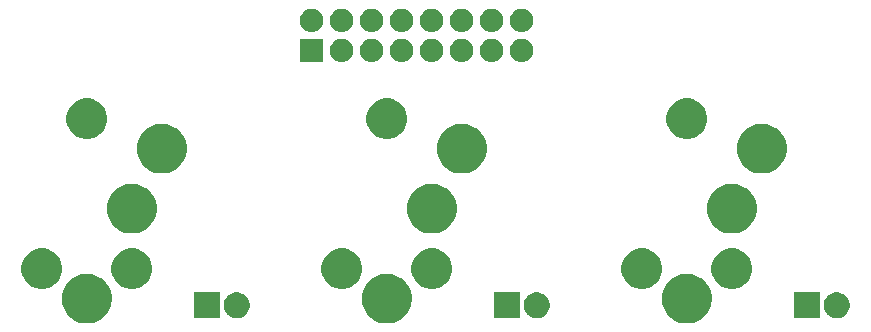
<source format=gbr>
G04 #@! TF.GenerationSoftware,KiCad,Pcbnew,(5.0.1)-3*
G04 #@! TF.CreationDate,2018-12-06T21:09:28-08:00*
G04 #@! TF.ProjectId,500-1033,3530302D313033332E6B696361645F70,A*
G04 #@! TF.SameCoordinates,Original*
G04 #@! TF.FileFunction,Soldermask,Top*
G04 #@! TF.FilePolarity,Negative*
%FSLAX46Y46*%
G04 Gerber Fmt 4.6, Leading zero omitted, Abs format (unit mm)*
G04 Created by KiCad (PCBNEW (5.0.1)-3) date 12/6/2018 9:09:28 PM*
%MOMM*%
%LPD*%
G01*
G04 APERTURE LIST*
%ADD10C,0.100000*%
G04 APERTURE END LIST*
D10*
G36*
X107158445Y-129470129D02*
X107294006Y-129497094D01*
X107677091Y-129655773D01*
X107889679Y-129797820D01*
X108021862Y-129886142D01*
X108315058Y-130179338D01*
X108315060Y-130179341D01*
X108545427Y-130524109D01*
X108620437Y-130705200D01*
X108704106Y-130907195D01*
X108785000Y-131313874D01*
X108785000Y-131728526D01*
X108731071Y-131999645D01*
X108704106Y-132135206D01*
X108545427Y-132518291D01*
X108369748Y-132781213D01*
X108315058Y-132863062D01*
X108021862Y-133156258D01*
X108021859Y-133156260D01*
X107677091Y-133386627D01*
X107294006Y-133545306D01*
X107158445Y-133572271D01*
X106887326Y-133626200D01*
X106472674Y-133626200D01*
X106201555Y-133572271D01*
X106065994Y-133545306D01*
X105682909Y-133386627D01*
X105338141Y-133156260D01*
X105338138Y-133156258D01*
X105044942Y-132863062D01*
X104990252Y-132781213D01*
X104814573Y-132518291D01*
X104655894Y-132135206D01*
X104628929Y-131999645D01*
X104575000Y-131728526D01*
X104575000Y-131313874D01*
X104655894Y-130907195D01*
X104739563Y-130705200D01*
X104814573Y-130524109D01*
X105044940Y-130179341D01*
X105044942Y-130179338D01*
X105338138Y-129886142D01*
X105470321Y-129797820D01*
X105682909Y-129655773D01*
X106065994Y-129497094D01*
X106201555Y-129470129D01*
X106472674Y-129416200D01*
X106887326Y-129416200D01*
X107158445Y-129470129D01*
X107158445Y-129470129D01*
G37*
G36*
X132558445Y-129470129D02*
X132694006Y-129497094D01*
X133077091Y-129655773D01*
X133289679Y-129797820D01*
X133421862Y-129886142D01*
X133715058Y-130179338D01*
X133715060Y-130179341D01*
X133945427Y-130524109D01*
X134020437Y-130705200D01*
X134104106Y-130907195D01*
X134185000Y-131313874D01*
X134185000Y-131728526D01*
X134131071Y-131999645D01*
X134104106Y-132135206D01*
X133945427Y-132518291D01*
X133769748Y-132781213D01*
X133715058Y-132863062D01*
X133421862Y-133156258D01*
X133421859Y-133156260D01*
X133077091Y-133386627D01*
X132694006Y-133545306D01*
X132558445Y-133572271D01*
X132287326Y-133626200D01*
X131872674Y-133626200D01*
X131601555Y-133572271D01*
X131465994Y-133545306D01*
X131082909Y-133386627D01*
X130738141Y-133156260D01*
X130738138Y-133156258D01*
X130444942Y-132863062D01*
X130390252Y-132781213D01*
X130214573Y-132518291D01*
X130055894Y-132135206D01*
X130028929Y-131999645D01*
X129975000Y-131728526D01*
X129975000Y-131313874D01*
X130055894Y-130907195D01*
X130139563Y-130705200D01*
X130214573Y-130524109D01*
X130444940Y-130179341D01*
X130444942Y-130179338D01*
X130738138Y-129886142D01*
X130870321Y-129797820D01*
X131082909Y-129655773D01*
X131465994Y-129497094D01*
X131601555Y-129470129D01*
X131872674Y-129416200D01*
X132287326Y-129416200D01*
X132558445Y-129470129D01*
X132558445Y-129470129D01*
G37*
G36*
X157958445Y-129470129D02*
X158094006Y-129497094D01*
X158477091Y-129655773D01*
X158689679Y-129797820D01*
X158821862Y-129886142D01*
X159115058Y-130179338D01*
X159115060Y-130179341D01*
X159345427Y-130524109D01*
X159420437Y-130705200D01*
X159504106Y-130907195D01*
X159585000Y-131313874D01*
X159585000Y-131728526D01*
X159531071Y-131999645D01*
X159504106Y-132135206D01*
X159345427Y-132518291D01*
X159169748Y-132781213D01*
X159115058Y-132863062D01*
X158821862Y-133156258D01*
X158821859Y-133156260D01*
X158477091Y-133386627D01*
X158094006Y-133545306D01*
X157958445Y-133572271D01*
X157687326Y-133626200D01*
X157272674Y-133626200D01*
X157001555Y-133572271D01*
X156865994Y-133545306D01*
X156482909Y-133386627D01*
X156138141Y-133156260D01*
X156138138Y-133156258D01*
X155844942Y-132863062D01*
X155790252Y-132781213D01*
X155614573Y-132518291D01*
X155455894Y-132135206D01*
X155428929Y-131999645D01*
X155375000Y-131728526D01*
X155375000Y-131313874D01*
X155455894Y-130907195D01*
X155539563Y-130705200D01*
X155614573Y-130524109D01*
X155844940Y-130179341D01*
X155844942Y-130179338D01*
X156138138Y-129886142D01*
X156270321Y-129797820D01*
X156482909Y-129655773D01*
X156865994Y-129497094D01*
X157001555Y-129470129D01*
X157272674Y-129416200D01*
X157687326Y-129416200D01*
X157958445Y-129470129D01*
X157958445Y-129470129D01*
G37*
G36*
X117940000Y-133180000D02*
X115740000Y-133180000D01*
X115740000Y-130980000D01*
X117940000Y-130980000D01*
X117940000Y-133180000D01*
X117940000Y-133180000D01*
G37*
G36*
X170500857Y-131022272D02*
X170701042Y-131105191D01*
X170881213Y-131225578D01*
X171034422Y-131378787D01*
X171154809Y-131558958D01*
X171237728Y-131759143D01*
X171280000Y-131971658D01*
X171280000Y-132188342D01*
X171237728Y-132400857D01*
X171154809Y-132601042D01*
X171034422Y-132781213D01*
X170881213Y-132934422D01*
X170701042Y-133054809D01*
X170500857Y-133137728D01*
X170288342Y-133180000D01*
X170071658Y-133180000D01*
X169859143Y-133137728D01*
X169658958Y-133054809D01*
X169478787Y-132934422D01*
X169325578Y-132781213D01*
X169205191Y-132601042D01*
X169122272Y-132400857D01*
X169080000Y-132188342D01*
X169080000Y-131971658D01*
X169122272Y-131759143D01*
X169205191Y-131558958D01*
X169325578Y-131378787D01*
X169478787Y-131225578D01*
X169658958Y-131105191D01*
X169859143Y-131022272D01*
X170071658Y-130980000D01*
X170288342Y-130980000D01*
X170500857Y-131022272D01*
X170500857Y-131022272D01*
G37*
G36*
X168740000Y-133180000D02*
X166540000Y-133180000D01*
X166540000Y-130980000D01*
X168740000Y-130980000D01*
X168740000Y-133180000D01*
X168740000Y-133180000D01*
G37*
G36*
X145100857Y-131022272D02*
X145301042Y-131105191D01*
X145481213Y-131225578D01*
X145634422Y-131378787D01*
X145754809Y-131558958D01*
X145837728Y-131759143D01*
X145880000Y-131971658D01*
X145880000Y-132188342D01*
X145837728Y-132400857D01*
X145754809Y-132601042D01*
X145634422Y-132781213D01*
X145481213Y-132934422D01*
X145301042Y-133054809D01*
X145100857Y-133137728D01*
X144888342Y-133180000D01*
X144671658Y-133180000D01*
X144459143Y-133137728D01*
X144258958Y-133054809D01*
X144078787Y-132934422D01*
X143925578Y-132781213D01*
X143805191Y-132601042D01*
X143722272Y-132400857D01*
X143680000Y-132188342D01*
X143680000Y-131971658D01*
X143722272Y-131759143D01*
X143805191Y-131558958D01*
X143925578Y-131378787D01*
X144078787Y-131225578D01*
X144258958Y-131105191D01*
X144459143Y-131022272D01*
X144671658Y-130980000D01*
X144888342Y-130980000D01*
X145100857Y-131022272D01*
X145100857Y-131022272D01*
G37*
G36*
X143340000Y-133180000D02*
X141140000Y-133180000D01*
X141140000Y-130980000D01*
X143340000Y-130980000D01*
X143340000Y-133180000D01*
X143340000Y-133180000D01*
G37*
G36*
X119700857Y-131022272D02*
X119901042Y-131105191D01*
X120081213Y-131225578D01*
X120234422Y-131378787D01*
X120354809Y-131558958D01*
X120437728Y-131759143D01*
X120480000Y-131971658D01*
X120480000Y-132188342D01*
X120437728Y-132400857D01*
X120354809Y-132601042D01*
X120234422Y-132781213D01*
X120081213Y-132934422D01*
X119901042Y-133054809D01*
X119700857Y-133137728D01*
X119488342Y-133180000D01*
X119271658Y-133180000D01*
X119059143Y-133137728D01*
X118858958Y-133054809D01*
X118678787Y-132934422D01*
X118525578Y-132781213D01*
X118405191Y-132601042D01*
X118322272Y-132400857D01*
X118280000Y-132188342D01*
X118280000Y-131971658D01*
X118322272Y-131759143D01*
X118405191Y-131558958D01*
X118525578Y-131378787D01*
X118678787Y-131225578D01*
X118858958Y-131105191D01*
X119059143Y-131022272D01*
X119271658Y-130980000D01*
X119488342Y-130980000D01*
X119700857Y-131022272D01*
X119700857Y-131022272D01*
G37*
G36*
X154172872Y-127323452D02*
X154486619Y-127453410D01*
X154768989Y-127642084D01*
X155009116Y-127882211D01*
X155197790Y-128164581D01*
X155327748Y-128478328D01*
X155394000Y-128811399D01*
X155394000Y-129151001D01*
X155327748Y-129484072D01*
X155197790Y-129797819D01*
X155009116Y-130080189D01*
X154768989Y-130320316D01*
X154486619Y-130508990D01*
X154172872Y-130638948D01*
X153839801Y-130705200D01*
X153500199Y-130705200D01*
X153167128Y-130638948D01*
X152853381Y-130508990D01*
X152571011Y-130320316D01*
X152330884Y-130080189D01*
X152142210Y-129797819D01*
X152012252Y-129484072D01*
X151946000Y-129151001D01*
X151946000Y-128811399D01*
X152012252Y-128478328D01*
X152142210Y-128164581D01*
X152330884Y-127882211D01*
X152571011Y-127642084D01*
X152853381Y-127453410D01*
X153167128Y-127323452D01*
X153500199Y-127257200D01*
X153839801Y-127257200D01*
X154172872Y-127323452D01*
X154172872Y-127323452D01*
G37*
G36*
X103372872Y-127323452D02*
X103686619Y-127453410D01*
X103968989Y-127642084D01*
X104209116Y-127882211D01*
X104397790Y-128164581D01*
X104527748Y-128478328D01*
X104594000Y-128811399D01*
X104594000Y-129151001D01*
X104527748Y-129484072D01*
X104397790Y-129797819D01*
X104209116Y-130080189D01*
X103968989Y-130320316D01*
X103686619Y-130508990D01*
X103372872Y-130638948D01*
X103039801Y-130705200D01*
X102700199Y-130705200D01*
X102367128Y-130638948D01*
X102053381Y-130508990D01*
X101771011Y-130320316D01*
X101530884Y-130080189D01*
X101342210Y-129797819D01*
X101212252Y-129484072D01*
X101146000Y-129151001D01*
X101146000Y-128811399D01*
X101212252Y-128478328D01*
X101342210Y-128164581D01*
X101530884Y-127882211D01*
X101771011Y-127642084D01*
X102053381Y-127453410D01*
X102367128Y-127323452D01*
X102700199Y-127257200D01*
X103039801Y-127257200D01*
X103372872Y-127323452D01*
X103372872Y-127323452D01*
G37*
G36*
X136392872Y-127323452D02*
X136706619Y-127453410D01*
X136988989Y-127642084D01*
X137229116Y-127882211D01*
X137417790Y-128164581D01*
X137547748Y-128478328D01*
X137614000Y-128811399D01*
X137614000Y-129151001D01*
X137547748Y-129484072D01*
X137417790Y-129797819D01*
X137229116Y-130080189D01*
X136988989Y-130320316D01*
X136706619Y-130508990D01*
X136392872Y-130638948D01*
X136059801Y-130705200D01*
X135720199Y-130705200D01*
X135387128Y-130638948D01*
X135073381Y-130508990D01*
X134791011Y-130320316D01*
X134550884Y-130080189D01*
X134362210Y-129797819D01*
X134232252Y-129484072D01*
X134166000Y-129151001D01*
X134166000Y-128811399D01*
X134232252Y-128478328D01*
X134362210Y-128164581D01*
X134550884Y-127882211D01*
X134791011Y-127642084D01*
X135073381Y-127453410D01*
X135387128Y-127323452D01*
X135720199Y-127257200D01*
X136059801Y-127257200D01*
X136392872Y-127323452D01*
X136392872Y-127323452D01*
G37*
G36*
X128772872Y-127323452D02*
X129086619Y-127453410D01*
X129368989Y-127642084D01*
X129609116Y-127882211D01*
X129797790Y-128164581D01*
X129927748Y-128478328D01*
X129994000Y-128811399D01*
X129994000Y-129151001D01*
X129927748Y-129484072D01*
X129797790Y-129797819D01*
X129609116Y-130080189D01*
X129368989Y-130320316D01*
X129086619Y-130508990D01*
X128772872Y-130638948D01*
X128439801Y-130705200D01*
X128100199Y-130705200D01*
X127767128Y-130638948D01*
X127453381Y-130508990D01*
X127171011Y-130320316D01*
X126930884Y-130080189D01*
X126742210Y-129797819D01*
X126612252Y-129484072D01*
X126546000Y-129151001D01*
X126546000Y-128811399D01*
X126612252Y-128478328D01*
X126742210Y-128164581D01*
X126930884Y-127882211D01*
X127171011Y-127642084D01*
X127453381Y-127453410D01*
X127767128Y-127323452D01*
X128100199Y-127257200D01*
X128439801Y-127257200D01*
X128772872Y-127323452D01*
X128772872Y-127323452D01*
G37*
G36*
X161792872Y-127323452D02*
X162106619Y-127453410D01*
X162388989Y-127642084D01*
X162629116Y-127882211D01*
X162817790Y-128164581D01*
X162947748Y-128478328D01*
X163014000Y-128811399D01*
X163014000Y-129151001D01*
X162947748Y-129484072D01*
X162817790Y-129797819D01*
X162629116Y-130080189D01*
X162388989Y-130320316D01*
X162106619Y-130508990D01*
X161792872Y-130638948D01*
X161459801Y-130705200D01*
X161120199Y-130705200D01*
X160787128Y-130638948D01*
X160473381Y-130508990D01*
X160191011Y-130320316D01*
X159950884Y-130080189D01*
X159762210Y-129797819D01*
X159632252Y-129484072D01*
X159566000Y-129151001D01*
X159566000Y-128811399D01*
X159632252Y-128478328D01*
X159762210Y-128164581D01*
X159950884Y-127882211D01*
X160191011Y-127642084D01*
X160473381Y-127453410D01*
X160787128Y-127323452D01*
X161120199Y-127257200D01*
X161459801Y-127257200D01*
X161792872Y-127323452D01*
X161792872Y-127323452D01*
G37*
G36*
X110992872Y-127323452D02*
X111306619Y-127453410D01*
X111588989Y-127642084D01*
X111829116Y-127882211D01*
X112017790Y-128164581D01*
X112147748Y-128478328D01*
X112214000Y-128811399D01*
X112214000Y-129151001D01*
X112147748Y-129484072D01*
X112017790Y-129797819D01*
X111829116Y-130080189D01*
X111588989Y-130320316D01*
X111306619Y-130508990D01*
X110992872Y-130638948D01*
X110659801Y-130705200D01*
X110320199Y-130705200D01*
X109987128Y-130638948D01*
X109673381Y-130508990D01*
X109391011Y-130320316D01*
X109150884Y-130080189D01*
X108962210Y-129797819D01*
X108832252Y-129484072D01*
X108766000Y-129151001D01*
X108766000Y-128811399D01*
X108832252Y-128478328D01*
X108962210Y-128164581D01*
X109150884Y-127882211D01*
X109391011Y-127642084D01*
X109673381Y-127453410D01*
X109987128Y-127323452D01*
X110320199Y-127257200D01*
X110659801Y-127257200D01*
X110992872Y-127323452D01*
X110992872Y-127323452D01*
G37*
G36*
X136368445Y-121850129D02*
X136504006Y-121877094D01*
X136887091Y-122035773D01*
X137229536Y-122264588D01*
X137231862Y-122266142D01*
X137525058Y-122559338D01*
X137525060Y-122559341D01*
X137755427Y-122904109D01*
X137914106Y-123287194D01*
X137995000Y-123693876D01*
X137995000Y-124108524D01*
X137914106Y-124515206D01*
X137755427Y-124898291D01*
X137526612Y-125240736D01*
X137525058Y-125243062D01*
X137231862Y-125536258D01*
X137231859Y-125536260D01*
X136887091Y-125766627D01*
X136504006Y-125925306D01*
X136368445Y-125952271D01*
X136097326Y-126006200D01*
X135682674Y-126006200D01*
X135411555Y-125952271D01*
X135275994Y-125925306D01*
X134892909Y-125766627D01*
X134548141Y-125536260D01*
X134548138Y-125536258D01*
X134254942Y-125243062D01*
X134253388Y-125240736D01*
X134024573Y-124898291D01*
X133865894Y-124515206D01*
X133785000Y-124108524D01*
X133785000Y-123693876D01*
X133865894Y-123287194D01*
X134024573Y-122904109D01*
X134254940Y-122559341D01*
X134254942Y-122559338D01*
X134548138Y-122266142D01*
X134550464Y-122264588D01*
X134892909Y-122035773D01*
X135275994Y-121877094D01*
X135411555Y-121850129D01*
X135682674Y-121796200D01*
X136097326Y-121796200D01*
X136368445Y-121850129D01*
X136368445Y-121850129D01*
G37*
G36*
X110968445Y-121850129D02*
X111104006Y-121877094D01*
X111487091Y-122035773D01*
X111829536Y-122264588D01*
X111831862Y-122266142D01*
X112125058Y-122559338D01*
X112125060Y-122559341D01*
X112355427Y-122904109D01*
X112514106Y-123287194D01*
X112595000Y-123693876D01*
X112595000Y-124108524D01*
X112514106Y-124515206D01*
X112355427Y-124898291D01*
X112126612Y-125240736D01*
X112125058Y-125243062D01*
X111831862Y-125536258D01*
X111831859Y-125536260D01*
X111487091Y-125766627D01*
X111104006Y-125925306D01*
X110968445Y-125952271D01*
X110697326Y-126006200D01*
X110282674Y-126006200D01*
X110011555Y-125952271D01*
X109875994Y-125925306D01*
X109492909Y-125766627D01*
X109148141Y-125536260D01*
X109148138Y-125536258D01*
X108854942Y-125243062D01*
X108853388Y-125240736D01*
X108624573Y-124898291D01*
X108465894Y-124515206D01*
X108385000Y-124108524D01*
X108385000Y-123693876D01*
X108465894Y-123287194D01*
X108624573Y-122904109D01*
X108854940Y-122559341D01*
X108854942Y-122559338D01*
X109148138Y-122266142D01*
X109150464Y-122264588D01*
X109492909Y-122035773D01*
X109875994Y-121877094D01*
X110011555Y-121850129D01*
X110282674Y-121796200D01*
X110697326Y-121796200D01*
X110968445Y-121850129D01*
X110968445Y-121850129D01*
G37*
G36*
X161768445Y-121850129D02*
X161904006Y-121877094D01*
X162287091Y-122035773D01*
X162629536Y-122264588D01*
X162631862Y-122266142D01*
X162925058Y-122559338D01*
X162925060Y-122559341D01*
X163155427Y-122904109D01*
X163314106Y-123287194D01*
X163395000Y-123693876D01*
X163395000Y-124108524D01*
X163314106Y-124515206D01*
X163155427Y-124898291D01*
X162926612Y-125240736D01*
X162925058Y-125243062D01*
X162631862Y-125536258D01*
X162631859Y-125536260D01*
X162287091Y-125766627D01*
X161904006Y-125925306D01*
X161768445Y-125952271D01*
X161497326Y-126006200D01*
X161082674Y-126006200D01*
X160811555Y-125952271D01*
X160675994Y-125925306D01*
X160292909Y-125766627D01*
X159948141Y-125536260D01*
X159948138Y-125536258D01*
X159654942Y-125243062D01*
X159653388Y-125240736D01*
X159424573Y-124898291D01*
X159265894Y-124515206D01*
X159185000Y-124108524D01*
X159185000Y-123693876D01*
X159265894Y-123287194D01*
X159424573Y-122904109D01*
X159654940Y-122559341D01*
X159654942Y-122559338D01*
X159948138Y-122266142D01*
X159950464Y-122264588D01*
X160292909Y-122035773D01*
X160675994Y-121877094D01*
X160811555Y-121850129D01*
X161082674Y-121796200D01*
X161497326Y-121796200D01*
X161768445Y-121850129D01*
X161768445Y-121850129D01*
G37*
G36*
X113508445Y-116770129D02*
X113644006Y-116797094D01*
X114027091Y-116955773D01*
X114239679Y-117097820D01*
X114371862Y-117186142D01*
X114665058Y-117479338D01*
X114665060Y-117479341D01*
X114895427Y-117824109D01*
X115054106Y-118207194D01*
X115135000Y-118613876D01*
X115135000Y-119028524D01*
X115054106Y-119435206D01*
X114895427Y-119818291D01*
X114666612Y-120160736D01*
X114665058Y-120163062D01*
X114371862Y-120456258D01*
X114371859Y-120456260D01*
X114027091Y-120686627D01*
X113644006Y-120845306D01*
X113508445Y-120872271D01*
X113237326Y-120926200D01*
X112822674Y-120926200D01*
X112551555Y-120872271D01*
X112415994Y-120845306D01*
X112032909Y-120686627D01*
X111688141Y-120456260D01*
X111688138Y-120456258D01*
X111394942Y-120163062D01*
X111393388Y-120160736D01*
X111164573Y-119818291D01*
X111005894Y-119435206D01*
X110925000Y-119028524D01*
X110925000Y-118613876D01*
X111005894Y-118207194D01*
X111164573Y-117824109D01*
X111394940Y-117479341D01*
X111394942Y-117479338D01*
X111688138Y-117186142D01*
X111820321Y-117097820D01*
X112032909Y-116955773D01*
X112415994Y-116797094D01*
X112551555Y-116770129D01*
X112822674Y-116716200D01*
X113237326Y-116716200D01*
X113508445Y-116770129D01*
X113508445Y-116770129D01*
G37*
G36*
X138908445Y-116770129D02*
X139044006Y-116797094D01*
X139427091Y-116955773D01*
X139639679Y-117097820D01*
X139771862Y-117186142D01*
X140065058Y-117479338D01*
X140065060Y-117479341D01*
X140295427Y-117824109D01*
X140454106Y-118207194D01*
X140535000Y-118613876D01*
X140535000Y-119028524D01*
X140454106Y-119435206D01*
X140295427Y-119818291D01*
X140066612Y-120160736D01*
X140065058Y-120163062D01*
X139771862Y-120456258D01*
X139771859Y-120456260D01*
X139427091Y-120686627D01*
X139044006Y-120845306D01*
X138908445Y-120872271D01*
X138637326Y-120926200D01*
X138222674Y-120926200D01*
X137951555Y-120872271D01*
X137815994Y-120845306D01*
X137432909Y-120686627D01*
X137088141Y-120456260D01*
X137088138Y-120456258D01*
X136794942Y-120163062D01*
X136793388Y-120160736D01*
X136564573Y-119818291D01*
X136405894Y-119435206D01*
X136325000Y-119028524D01*
X136325000Y-118613876D01*
X136405894Y-118207194D01*
X136564573Y-117824109D01*
X136794940Y-117479341D01*
X136794942Y-117479338D01*
X137088138Y-117186142D01*
X137220321Y-117097820D01*
X137432909Y-116955773D01*
X137815994Y-116797094D01*
X137951555Y-116770129D01*
X138222674Y-116716200D01*
X138637326Y-116716200D01*
X138908445Y-116770129D01*
X138908445Y-116770129D01*
G37*
G36*
X164308445Y-116770129D02*
X164444006Y-116797094D01*
X164827091Y-116955773D01*
X165039679Y-117097820D01*
X165171862Y-117186142D01*
X165465058Y-117479338D01*
X165465060Y-117479341D01*
X165695427Y-117824109D01*
X165854106Y-118207194D01*
X165935000Y-118613876D01*
X165935000Y-119028524D01*
X165854106Y-119435206D01*
X165695427Y-119818291D01*
X165466612Y-120160736D01*
X165465058Y-120163062D01*
X165171862Y-120456258D01*
X165171859Y-120456260D01*
X164827091Y-120686627D01*
X164444006Y-120845306D01*
X164308445Y-120872271D01*
X164037326Y-120926200D01*
X163622674Y-120926200D01*
X163351555Y-120872271D01*
X163215994Y-120845306D01*
X162832909Y-120686627D01*
X162488141Y-120456260D01*
X162488138Y-120456258D01*
X162194942Y-120163062D01*
X162193388Y-120160736D01*
X161964573Y-119818291D01*
X161805894Y-119435206D01*
X161725000Y-119028524D01*
X161725000Y-118613876D01*
X161805894Y-118207194D01*
X161964573Y-117824109D01*
X162194940Y-117479341D01*
X162194942Y-117479338D01*
X162488138Y-117186142D01*
X162620321Y-117097820D01*
X162832909Y-116955773D01*
X163215994Y-116797094D01*
X163351555Y-116770129D01*
X163622674Y-116716200D01*
X164037326Y-116716200D01*
X164308445Y-116770129D01*
X164308445Y-116770129D01*
G37*
G36*
X107182872Y-114623452D02*
X107496619Y-114753410D01*
X107778989Y-114942084D01*
X108019116Y-115182211D01*
X108207790Y-115464581D01*
X108337748Y-115778328D01*
X108404000Y-116111399D01*
X108404000Y-116451001D01*
X108337748Y-116784072D01*
X108207790Y-117097819D01*
X108019116Y-117380189D01*
X107778989Y-117620316D01*
X107496619Y-117808990D01*
X107182872Y-117938948D01*
X106849801Y-118005200D01*
X106510199Y-118005200D01*
X106177128Y-117938948D01*
X105863381Y-117808990D01*
X105581011Y-117620316D01*
X105340884Y-117380189D01*
X105152210Y-117097819D01*
X105022252Y-116784072D01*
X104956000Y-116451001D01*
X104956000Y-116111399D01*
X105022252Y-115778328D01*
X105152210Y-115464581D01*
X105340884Y-115182211D01*
X105581011Y-114942084D01*
X105863381Y-114753410D01*
X106177128Y-114623452D01*
X106510199Y-114557200D01*
X106849801Y-114557200D01*
X107182872Y-114623452D01*
X107182872Y-114623452D01*
G37*
G36*
X132582872Y-114623452D02*
X132896619Y-114753410D01*
X133178989Y-114942084D01*
X133419116Y-115182211D01*
X133607790Y-115464581D01*
X133737748Y-115778328D01*
X133804000Y-116111399D01*
X133804000Y-116451001D01*
X133737748Y-116784072D01*
X133607790Y-117097819D01*
X133419116Y-117380189D01*
X133178989Y-117620316D01*
X132896619Y-117808990D01*
X132582872Y-117938948D01*
X132249801Y-118005200D01*
X131910199Y-118005200D01*
X131577128Y-117938948D01*
X131263381Y-117808990D01*
X130981011Y-117620316D01*
X130740884Y-117380189D01*
X130552210Y-117097819D01*
X130422252Y-116784072D01*
X130356000Y-116451001D01*
X130356000Y-116111399D01*
X130422252Y-115778328D01*
X130552210Y-115464581D01*
X130740884Y-115182211D01*
X130981011Y-114942084D01*
X131263381Y-114753410D01*
X131577128Y-114623452D01*
X131910199Y-114557200D01*
X132249801Y-114557200D01*
X132582872Y-114623452D01*
X132582872Y-114623452D01*
G37*
G36*
X157982872Y-114623452D02*
X158296619Y-114753410D01*
X158578989Y-114942084D01*
X158819116Y-115182211D01*
X159007790Y-115464581D01*
X159137748Y-115778328D01*
X159204000Y-116111399D01*
X159204000Y-116451001D01*
X159137748Y-116784072D01*
X159007790Y-117097819D01*
X158819116Y-117380189D01*
X158578989Y-117620316D01*
X158296619Y-117808990D01*
X157982872Y-117938948D01*
X157649801Y-118005200D01*
X157310199Y-118005200D01*
X156977128Y-117938948D01*
X156663381Y-117808990D01*
X156381011Y-117620316D01*
X156140884Y-117380189D01*
X155952210Y-117097819D01*
X155822252Y-116784072D01*
X155756000Y-116451001D01*
X155756000Y-116111399D01*
X155822252Y-115778328D01*
X155952210Y-115464581D01*
X156140884Y-115182211D01*
X156381011Y-114942084D01*
X156663381Y-114753410D01*
X156977128Y-114623452D01*
X157310199Y-114557200D01*
X157649801Y-114557200D01*
X157982872Y-114623452D01*
X157982872Y-114623452D01*
G37*
G36*
X138654426Y-109527897D02*
X138718014Y-109540545D01*
X138897709Y-109614977D01*
X139059431Y-109723036D01*
X139196964Y-109860569D01*
X139305023Y-110022291D01*
X139379455Y-110201986D01*
X139417400Y-110392750D01*
X139417400Y-110587250D01*
X139379455Y-110778014D01*
X139305023Y-110957709D01*
X139196964Y-111119431D01*
X139059431Y-111256964D01*
X138897709Y-111365023D01*
X138718014Y-111439455D01*
X138654426Y-111452103D01*
X138527252Y-111477400D01*
X138332748Y-111477400D01*
X138205574Y-111452103D01*
X138141986Y-111439455D01*
X137962291Y-111365023D01*
X137800569Y-111256964D01*
X137663036Y-111119431D01*
X137554977Y-110957709D01*
X137480545Y-110778014D01*
X137442600Y-110587250D01*
X137442600Y-110392750D01*
X137480545Y-110201986D01*
X137554977Y-110022291D01*
X137663036Y-109860569D01*
X137800569Y-109723036D01*
X137962291Y-109614977D01*
X138141986Y-109540545D01*
X138205574Y-109527897D01*
X138332748Y-109502600D01*
X138527252Y-109502600D01*
X138654426Y-109527897D01*
X138654426Y-109527897D01*
G37*
G36*
X143734426Y-109527897D02*
X143798014Y-109540545D01*
X143977709Y-109614977D01*
X144139431Y-109723036D01*
X144276964Y-109860569D01*
X144385023Y-110022291D01*
X144459455Y-110201986D01*
X144497400Y-110392750D01*
X144497400Y-110587250D01*
X144459455Y-110778014D01*
X144385023Y-110957709D01*
X144276964Y-111119431D01*
X144139431Y-111256964D01*
X143977709Y-111365023D01*
X143798014Y-111439455D01*
X143734426Y-111452103D01*
X143607252Y-111477400D01*
X143412748Y-111477400D01*
X143285574Y-111452103D01*
X143221986Y-111439455D01*
X143042291Y-111365023D01*
X142880569Y-111256964D01*
X142743036Y-111119431D01*
X142634977Y-110957709D01*
X142560545Y-110778014D01*
X142522600Y-110587250D01*
X142522600Y-110392750D01*
X142560545Y-110201986D01*
X142634977Y-110022291D01*
X142743036Y-109860569D01*
X142880569Y-109723036D01*
X143042291Y-109614977D01*
X143221986Y-109540545D01*
X143285574Y-109527897D01*
X143412748Y-109502600D01*
X143607252Y-109502600D01*
X143734426Y-109527897D01*
X143734426Y-109527897D01*
G37*
G36*
X141194426Y-109527897D02*
X141258014Y-109540545D01*
X141437709Y-109614977D01*
X141599431Y-109723036D01*
X141736964Y-109860569D01*
X141845023Y-110022291D01*
X141919455Y-110201986D01*
X141957400Y-110392750D01*
X141957400Y-110587250D01*
X141919455Y-110778014D01*
X141845023Y-110957709D01*
X141736964Y-111119431D01*
X141599431Y-111256964D01*
X141437709Y-111365023D01*
X141258014Y-111439455D01*
X141194426Y-111452103D01*
X141067252Y-111477400D01*
X140872748Y-111477400D01*
X140745574Y-111452103D01*
X140681986Y-111439455D01*
X140502291Y-111365023D01*
X140340569Y-111256964D01*
X140203036Y-111119431D01*
X140094977Y-110957709D01*
X140020545Y-110778014D01*
X139982600Y-110587250D01*
X139982600Y-110392750D01*
X140020545Y-110201986D01*
X140094977Y-110022291D01*
X140203036Y-109860569D01*
X140340569Y-109723036D01*
X140502291Y-109614977D01*
X140681986Y-109540545D01*
X140745574Y-109527897D01*
X140872748Y-109502600D01*
X141067252Y-109502600D01*
X141194426Y-109527897D01*
X141194426Y-109527897D01*
G37*
G36*
X136114426Y-109527897D02*
X136178014Y-109540545D01*
X136357709Y-109614977D01*
X136519431Y-109723036D01*
X136656964Y-109860569D01*
X136765023Y-110022291D01*
X136839455Y-110201986D01*
X136877400Y-110392750D01*
X136877400Y-110587250D01*
X136839455Y-110778014D01*
X136765023Y-110957709D01*
X136656964Y-111119431D01*
X136519431Y-111256964D01*
X136357709Y-111365023D01*
X136178014Y-111439455D01*
X136114426Y-111452103D01*
X135987252Y-111477400D01*
X135792748Y-111477400D01*
X135665574Y-111452103D01*
X135601986Y-111439455D01*
X135422291Y-111365023D01*
X135260569Y-111256964D01*
X135123036Y-111119431D01*
X135014977Y-110957709D01*
X134940545Y-110778014D01*
X134902600Y-110587250D01*
X134902600Y-110392750D01*
X134940545Y-110201986D01*
X135014977Y-110022291D01*
X135123036Y-109860569D01*
X135260569Y-109723036D01*
X135422291Y-109614977D01*
X135601986Y-109540545D01*
X135665574Y-109527897D01*
X135792748Y-109502600D01*
X135987252Y-109502600D01*
X136114426Y-109527897D01*
X136114426Y-109527897D01*
G37*
G36*
X133574426Y-109527897D02*
X133638014Y-109540545D01*
X133817709Y-109614977D01*
X133979431Y-109723036D01*
X134116964Y-109860569D01*
X134225023Y-110022291D01*
X134299455Y-110201986D01*
X134337400Y-110392750D01*
X134337400Y-110587250D01*
X134299455Y-110778014D01*
X134225023Y-110957709D01*
X134116964Y-111119431D01*
X133979431Y-111256964D01*
X133817709Y-111365023D01*
X133638014Y-111439455D01*
X133574426Y-111452103D01*
X133447252Y-111477400D01*
X133252748Y-111477400D01*
X133125574Y-111452103D01*
X133061986Y-111439455D01*
X132882291Y-111365023D01*
X132720569Y-111256964D01*
X132583036Y-111119431D01*
X132474977Y-110957709D01*
X132400545Y-110778014D01*
X132362600Y-110587250D01*
X132362600Y-110392750D01*
X132400545Y-110201986D01*
X132474977Y-110022291D01*
X132583036Y-109860569D01*
X132720569Y-109723036D01*
X132882291Y-109614977D01*
X133061986Y-109540545D01*
X133125574Y-109527897D01*
X133252748Y-109502600D01*
X133447252Y-109502600D01*
X133574426Y-109527897D01*
X133574426Y-109527897D01*
G37*
G36*
X131034426Y-109527897D02*
X131098014Y-109540545D01*
X131277709Y-109614977D01*
X131439431Y-109723036D01*
X131576964Y-109860569D01*
X131685023Y-110022291D01*
X131759455Y-110201986D01*
X131797400Y-110392750D01*
X131797400Y-110587250D01*
X131759455Y-110778014D01*
X131685023Y-110957709D01*
X131576964Y-111119431D01*
X131439431Y-111256964D01*
X131277709Y-111365023D01*
X131098014Y-111439455D01*
X131034426Y-111452103D01*
X130907252Y-111477400D01*
X130712748Y-111477400D01*
X130585574Y-111452103D01*
X130521986Y-111439455D01*
X130342291Y-111365023D01*
X130180569Y-111256964D01*
X130043036Y-111119431D01*
X129934977Y-110957709D01*
X129860545Y-110778014D01*
X129822600Y-110587250D01*
X129822600Y-110392750D01*
X129860545Y-110201986D01*
X129934977Y-110022291D01*
X130043036Y-109860569D01*
X130180569Y-109723036D01*
X130342291Y-109614977D01*
X130521986Y-109540545D01*
X130585574Y-109527897D01*
X130712748Y-109502600D01*
X130907252Y-109502600D01*
X131034426Y-109527897D01*
X131034426Y-109527897D01*
G37*
G36*
X128494426Y-109527897D02*
X128558014Y-109540545D01*
X128737709Y-109614977D01*
X128899431Y-109723036D01*
X129036964Y-109860569D01*
X129145023Y-110022291D01*
X129219455Y-110201986D01*
X129257400Y-110392750D01*
X129257400Y-110587250D01*
X129219455Y-110778014D01*
X129145023Y-110957709D01*
X129036964Y-111119431D01*
X128899431Y-111256964D01*
X128737709Y-111365023D01*
X128558014Y-111439455D01*
X128494426Y-111452103D01*
X128367252Y-111477400D01*
X128172748Y-111477400D01*
X128045574Y-111452103D01*
X127981986Y-111439455D01*
X127802291Y-111365023D01*
X127640569Y-111256964D01*
X127503036Y-111119431D01*
X127394977Y-110957709D01*
X127320545Y-110778014D01*
X127282600Y-110587250D01*
X127282600Y-110392750D01*
X127320545Y-110201986D01*
X127394977Y-110022291D01*
X127503036Y-109860569D01*
X127640569Y-109723036D01*
X127802291Y-109614977D01*
X127981986Y-109540545D01*
X128045574Y-109527897D01*
X128172748Y-109502600D01*
X128367252Y-109502600D01*
X128494426Y-109527897D01*
X128494426Y-109527897D01*
G37*
G36*
X126717400Y-111477400D02*
X124742600Y-111477400D01*
X124742600Y-109502600D01*
X126717400Y-109502600D01*
X126717400Y-111477400D01*
X126717400Y-111477400D01*
G37*
G36*
X143734426Y-106987897D02*
X143798014Y-107000545D01*
X143977709Y-107074977D01*
X144139431Y-107183036D01*
X144276964Y-107320569D01*
X144385023Y-107482291D01*
X144459455Y-107661986D01*
X144497400Y-107852750D01*
X144497400Y-108047250D01*
X144459455Y-108238014D01*
X144385023Y-108417709D01*
X144276964Y-108579431D01*
X144139431Y-108716964D01*
X143977709Y-108825023D01*
X143798014Y-108899455D01*
X143734426Y-108912103D01*
X143607252Y-108937400D01*
X143412748Y-108937400D01*
X143285574Y-108912103D01*
X143221986Y-108899455D01*
X143042291Y-108825023D01*
X142880569Y-108716964D01*
X142743036Y-108579431D01*
X142634977Y-108417709D01*
X142560545Y-108238014D01*
X142522600Y-108047250D01*
X142522600Y-107852750D01*
X142560545Y-107661986D01*
X142634977Y-107482291D01*
X142743036Y-107320569D01*
X142880569Y-107183036D01*
X143042291Y-107074977D01*
X143221986Y-107000545D01*
X143285574Y-106987897D01*
X143412748Y-106962600D01*
X143607252Y-106962600D01*
X143734426Y-106987897D01*
X143734426Y-106987897D01*
G37*
G36*
X141194426Y-106987897D02*
X141258014Y-107000545D01*
X141437709Y-107074977D01*
X141599431Y-107183036D01*
X141736964Y-107320569D01*
X141845023Y-107482291D01*
X141919455Y-107661986D01*
X141957400Y-107852750D01*
X141957400Y-108047250D01*
X141919455Y-108238014D01*
X141845023Y-108417709D01*
X141736964Y-108579431D01*
X141599431Y-108716964D01*
X141437709Y-108825023D01*
X141258014Y-108899455D01*
X141194426Y-108912103D01*
X141067252Y-108937400D01*
X140872748Y-108937400D01*
X140745574Y-108912103D01*
X140681986Y-108899455D01*
X140502291Y-108825023D01*
X140340569Y-108716964D01*
X140203036Y-108579431D01*
X140094977Y-108417709D01*
X140020545Y-108238014D01*
X139982600Y-108047250D01*
X139982600Y-107852750D01*
X140020545Y-107661986D01*
X140094977Y-107482291D01*
X140203036Y-107320569D01*
X140340569Y-107183036D01*
X140502291Y-107074977D01*
X140681986Y-107000545D01*
X140745574Y-106987897D01*
X140872748Y-106962600D01*
X141067252Y-106962600D01*
X141194426Y-106987897D01*
X141194426Y-106987897D01*
G37*
G36*
X138654426Y-106987897D02*
X138718014Y-107000545D01*
X138897709Y-107074977D01*
X139059431Y-107183036D01*
X139196964Y-107320569D01*
X139305023Y-107482291D01*
X139379455Y-107661986D01*
X139417400Y-107852750D01*
X139417400Y-108047250D01*
X139379455Y-108238014D01*
X139305023Y-108417709D01*
X139196964Y-108579431D01*
X139059431Y-108716964D01*
X138897709Y-108825023D01*
X138718014Y-108899455D01*
X138654426Y-108912103D01*
X138527252Y-108937400D01*
X138332748Y-108937400D01*
X138205574Y-108912103D01*
X138141986Y-108899455D01*
X137962291Y-108825023D01*
X137800569Y-108716964D01*
X137663036Y-108579431D01*
X137554977Y-108417709D01*
X137480545Y-108238014D01*
X137442600Y-108047250D01*
X137442600Y-107852750D01*
X137480545Y-107661986D01*
X137554977Y-107482291D01*
X137663036Y-107320569D01*
X137800569Y-107183036D01*
X137962291Y-107074977D01*
X138141986Y-107000545D01*
X138205574Y-106987897D01*
X138332748Y-106962600D01*
X138527252Y-106962600D01*
X138654426Y-106987897D01*
X138654426Y-106987897D01*
G37*
G36*
X136114426Y-106987897D02*
X136178014Y-107000545D01*
X136357709Y-107074977D01*
X136519431Y-107183036D01*
X136656964Y-107320569D01*
X136765023Y-107482291D01*
X136839455Y-107661986D01*
X136877400Y-107852750D01*
X136877400Y-108047250D01*
X136839455Y-108238014D01*
X136765023Y-108417709D01*
X136656964Y-108579431D01*
X136519431Y-108716964D01*
X136357709Y-108825023D01*
X136178014Y-108899455D01*
X136114426Y-108912103D01*
X135987252Y-108937400D01*
X135792748Y-108937400D01*
X135665574Y-108912103D01*
X135601986Y-108899455D01*
X135422291Y-108825023D01*
X135260569Y-108716964D01*
X135123036Y-108579431D01*
X135014977Y-108417709D01*
X134940545Y-108238014D01*
X134902600Y-108047250D01*
X134902600Y-107852750D01*
X134940545Y-107661986D01*
X135014977Y-107482291D01*
X135123036Y-107320569D01*
X135260569Y-107183036D01*
X135422291Y-107074977D01*
X135601986Y-107000545D01*
X135665574Y-106987897D01*
X135792748Y-106962600D01*
X135987252Y-106962600D01*
X136114426Y-106987897D01*
X136114426Y-106987897D01*
G37*
G36*
X133574426Y-106987897D02*
X133638014Y-107000545D01*
X133817709Y-107074977D01*
X133979431Y-107183036D01*
X134116964Y-107320569D01*
X134225023Y-107482291D01*
X134299455Y-107661986D01*
X134337400Y-107852750D01*
X134337400Y-108047250D01*
X134299455Y-108238014D01*
X134225023Y-108417709D01*
X134116964Y-108579431D01*
X133979431Y-108716964D01*
X133817709Y-108825023D01*
X133638014Y-108899455D01*
X133574426Y-108912103D01*
X133447252Y-108937400D01*
X133252748Y-108937400D01*
X133125574Y-108912103D01*
X133061986Y-108899455D01*
X132882291Y-108825023D01*
X132720569Y-108716964D01*
X132583036Y-108579431D01*
X132474977Y-108417709D01*
X132400545Y-108238014D01*
X132362600Y-108047250D01*
X132362600Y-107852750D01*
X132400545Y-107661986D01*
X132474977Y-107482291D01*
X132583036Y-107320569D01*
X132720569Y-107183036D01*
X132882291Y-107074977D01*
X133061986Y-107000545D01*
X133125574Y-106987897D01*
X133252748Y-106962600D01*
X133447252Y-106962600D01*
X133574426Y-106987897D01*
X133574426Y-106987897D01*
G37*
G36*
X131034426Y-106987897D02*
X131098014Y-107000545D01*
X131277709Y-107074977D01*
X131439431Y-107183036D01*
X131576964Y-107320569D01*
X131685023Y-107482291D01*
X131759455Y-107661986D01*
X131797400Y-107852750D01*
X131797400Y-108047250D01*
X131759455Y-108238014D01*
X131685023Y-108417709D01*
X131576964Y-108579431D01*
X131439431Y-108716964D01*
X131277709Y-108825023D01*
X131098014Y-108899455D01*
X131034426Y-108912103D01*
X130907252Y-108937400D01*
X130712748Y-108937400D01*
X130585574Y-108912103D01*
X130521986Y-108899455D01*
X130342291Y-108825023D01*
X130180569Y-108716964D01*
X130043036Y-108579431D01*
X129934977Y-108417709D01*
X129860545Y-108238014D01*
X129822600Y-108047250D01*
X129822600Y-107852750D01*
X129860545Y-107661986D01*
X129934977Y-107482291D01*
X130043036Y-107320569D01*
X130180569Y-107183036D01*
X130342291Y-107074977D01*
X130521986Y-107000545D01*
X130585574Y-106987897D01*
X130712748Y-106962600D01*
X130907252Y-106962600D01*
X131034426Y-106987897D01*
X131034426Y-106987897D01*
G37*
G36*
X128494426Y-106987897D02*
X128558014Y-107000545D01*
X128737709Y-107074977D01*
X128899431Y-107183036D01*
X129036964Y-107320569D01*
X129145023Y-107482291D01*
X129219455Y-107661986D01*
X129257400Y-107852750D01*
X129257400Y-108047250D01*
X129219455Y-108238014D01*
X129145023Y-108417709D01*
X129036964Y-108579431D01*
X128899431Y-108716964D01*
X128737709Y-108825023D01*
X128558014Y-108899455D01*
X128494426Y-108912103D01*
X128367252Y-108937400D01*
X128172748Y-108937400D01*
X128045574Y-108912103D01*
X127981986Y-108899455D01*
X127802291Y-108825023D01*
X127640569Y-108716964D01*
X127503036Y-108579431D01*
X127394977Y-108417709D01*
X127320545Y-108238014D01*
X127282600Y-108047250D01*
X127282600Y-107852750D01*
X127320545Y-107661986D01*
X127394977Y-107482291D01*
X127503036Y-107320569D01*
X127640569Y-107183036D01*
X127802291Y-107074977D01*
X127981986Y-107000545D01*
X128045574Y-106987897D01*
X128172748Y-106962600D01*
X128367252Y-106962600D01*
X128494426Y-106987897D01*
X128494426Y-106987897D01*
G37*
G36*
X125954426Y-106987897D02*
X126018014Y-107000545D01*
X126197709Y-107074977D01*
X126359431Y-107183036D01*
X126496964Y-107320569D01*
X126605023Y-107482291D01*
X126679455Y-107661986D01*
X126717400Y-107852750D01*
X126717400Y-108047250D01*
X126679455Y-108238014D01*
X126605023Y-108417709D01*
X126496964Y-108579431D01*
X126359431Y-108716964D01*
X126197709Y-108825023D01*
X126018014Y-108899455D01*
X125954426Y-108912103D01*
X125827252Y-108937400D01*
X125632748Y-108937400D01*
X125505574Y-108912103D01*
X125441986Y-108899455D01*
X125262291Y-108825023D01*
X125100569Y-108716964D01*
X124963036Y-108579431D01*
X124854977Y-108417709D01*
X124780545Y-108238014D01*
X124742600Y-108047250D01*
X124742600Y-107852750D01*
X124780545Y-107661986D01*
X124854977Y-107482291D01*
X124963036Y-107320569D01*
X125100569Y-107183036D01*
X125262291Y-107074977D01*
X125441986Y-107000545D01*
X125505574Y-106987897D01*
X125632748Y-106962600D01*
X125827252Y-106962600D01*
X125954426Y-106987897D01*
X125954426Y-106987897D01*
G37*
M02*

</source>
